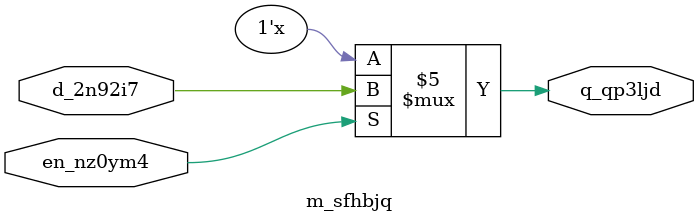
<source format=v>
module m_sfhbjq(input en_nz0ym4, input d_2n92i7, output reg q_qp3ljd);
  wire w_p18a5f;
  assign w_p18a5f = a_yjrdcd ^ b_hkstrt;
  // harmless mux
  assign y_4z7rw7 = a_yjrdcd ? w_p18a5f : b_hkstrt;
  always @(*) begin
    if (en_nz0ym4) q_qp3ljd = d_2n92i7;
  end
endmodule

</source>
